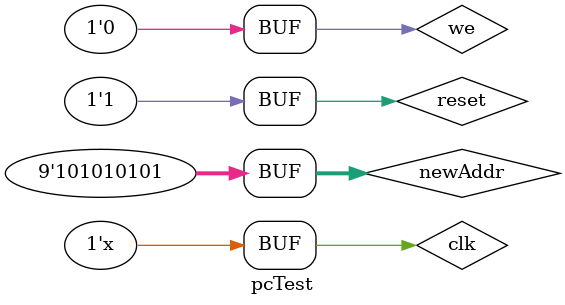
<source format=v>
`timescale 1ns / 1ps


module pcTest;

	// Inputs
	reg clk;
	reg reset;
	reg we;
	reg [8:0] newAddr;

	// Outputs
	wire [8:0] address;

	// Instantiate the Unit Under Test (UUT)
	PC uut (
		.clk(clk), 
		.reset(reset), 
		.we(we), 
		.newAddr(newAddr), 
		.address(address)
	);
	
	always begin
		#5 clk = clk+1;
	end
	
	initial begin
		// Initialize Inputs
		clk = 0;
		reset = 0;
		we = 0;
		newAddr = 0;
		
		#20 reset = 1;
		#7 we = 1;
		newAddr = 9'b101010101;
		#10 we = 0;
		// Wait 100 ns for global reset to finish
		#100;
        
		// Add stimulus here

	end
      
endmodule


</source>
